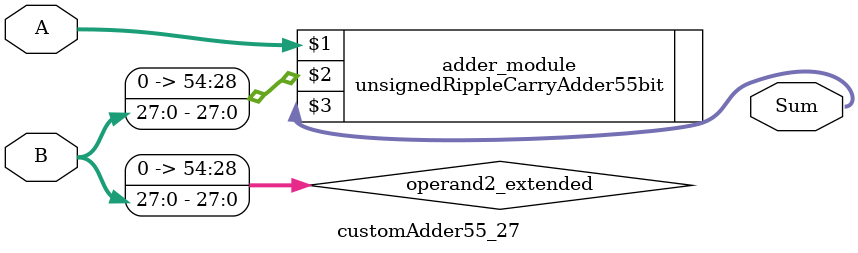
<source format=v>
module customAdder55_27(
                        input [54 : 0] A,
                        input [27 : 0] B,
                        
                        output [55 : 0] Sum
                );

        wire [54 : 0] operand2_extended;
        
        assign operand2_extended =  {27'b0, B};
        
        unsignedRippleCarryAdder55bit adder_module(
            A,
            operand2_extended,
            Sum
        );
        
        endmodule
        
</source>
